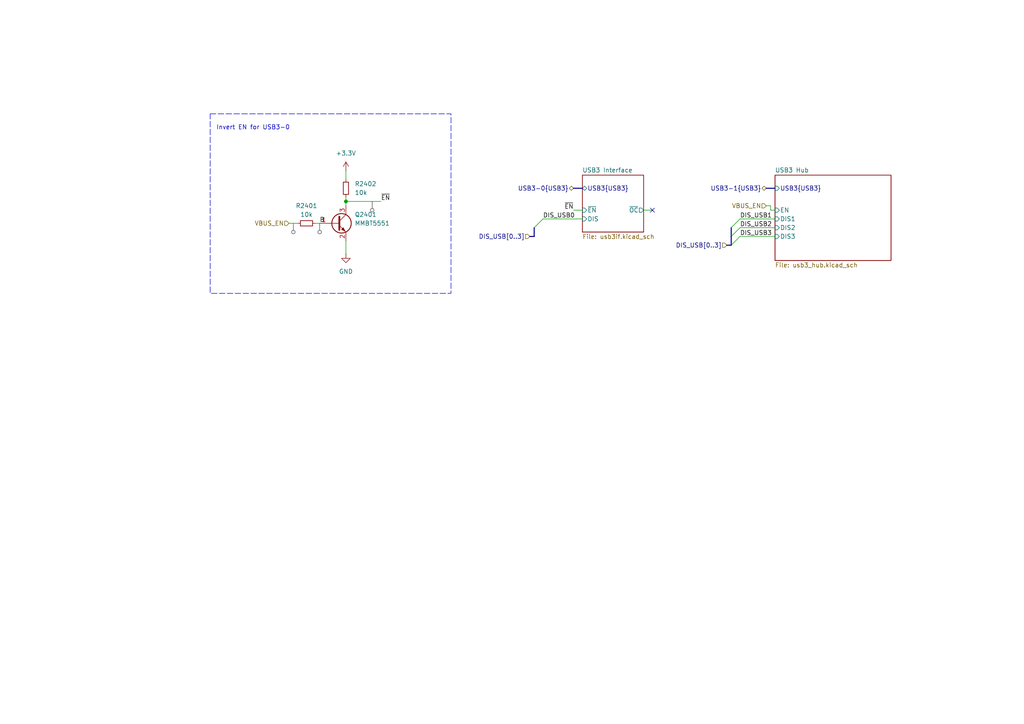
<source format=kicad_sch>
(kicad_sch (version 20250114) (generator "eeschema") (generator_version "9.0")
  (paper "A4")
  (title_block (title "HALPI2") (date "2025-01-26") (rev "v0.0.1") (company "Hat Labs Oy") (comment 1 "https://ohwr.org/cern_ohl_s_v2.pdf") (comment 2 "To view a copy of this license, visit ") (comment 3 "HALPI2 is licensed under CERN-OHL-S v2."))
  (lib_symbols
    (symbol "Device:R_Small" (pin_numbers (hide yes)) (pin_names (offset 0.254) (hide yes))
      (property "Reference" "R" (at 0.762 0.508 0))
      (property "Value" "R_Small" (at 0.762 -1.016 0))
      (symbol "R_Small_0_1"
        (rectangle (start -0.762 1.778) (end 0.762 -1.778) (stroke (width 0.2032)))
      )
      (symbol "R_Small_1_1"
        (pin passive line (at 0 2.54 270) (length 0.762) (name "~") (number "1"))
        (pin passive line (at 0 -2.54 90) (length 0.762) (name "~") (number "2"))
      )
    )
    (symbol "Transistor_BJT:MMBTA42" (pin_names (offset 0) (hide yes))
      (property "Reference" "Q" (at 5.08 1.905 0))
      (property "Value" "MMBTA42" (at 5.08 0 0))
      (symbol "MMBTA42_0_1"
        (polyline (pts (xy -2.54 0) (xy 0.635 0)))
        (polyline (pts (xy 0.635 1.905) (xy 0.635 -1.905)) (stroke (width 0.508)))
        (circle (center 1.27 0) (radius 2.8194) (stroke (width 0.254)))
      )
      (symbol "MMBTA42_1_1"
        (polyline (pts (xy 0.635 0.635) (xy 2.54 2.54)))
        (polyline (pts (xy 0.635 -0.635) (xy 2.54 -2.54)))
        (polyline (pts (xy 1.27 -1.778) (xy 1.778 -1.27) (xy 2.286 -2.286) (xy 1.27 -1.778)) (fill (type outline)))
        (pin input line (at -5.08 0 0) (length 2.54) (name "B") (number "1"))
        (pin passive line (at 2.54 5.08 270) (length 2.54) (name "C") (number "3"))
        (pin passive line (at 2.54 -5.08 90) (length 2.54) (name "E") (number "2"))
      )
    )
    (symbol "power:+3.3V" (power) (pin_numbers (hide yes)) (pin_names (offset 0) (hide yes))
      (property "Value" "+3.3V" (at 0 3.556 0))
      (symbol "+3.3V_0_1"
        (polyline (pts (xy -0.762 1.27) (xy 0 2.54)))
        (polyline (pts (xy 0 2.54) (xy 0.762 1.27)))
        (polyline (pts (xy 0 0) (xy 0 2.54)))
      )
      (symbol "+3.3V_1_1"
        (pin power_in line (at 0 0 90) (length 0) (name "~") (number "1"))
      )
    )
    (symbol "power:GND" (power) (pin_numbers (hide yes)) (pin_names (offset 0) (hide yes))
      (property "Value" "GND" (at 0 -3.81 0))
      (symbol "GND_0_1"
        (polyline (pts (xy 0 0) (xy 0 -1.27) (xy 1.27 -1.27) (xy 0 -2.54) (xy -1.27 -1.27) (xy 0 -1.27)))
      )
      (symbol "GND_1_1"
        (pin power_in line (at 0 0 270) (length 0) (name "~") (number "1"))
      )
    )
  )
  (rectangle (start 60.96 33.02) (end 130.81 85.09) (stroke (width 0) (type dash)))
  (text "Invert EN for USB3-0" (at 62.738 37.084 0) (effects (font (size 1.27 1.27)) (justify left)))
  (junction (at 100.33 58.42))
  (no_connect (at 189.23 60.96))
  (bus_entry (at 212.09 68.58) (size 2.54 -2.54))
  (bus_entry (at 212.09 71.12) (size 2.54 -2.54))
  (bus_entry (at 154.94 66.04) (size 2.54 -2.54))
  (bus_entry (at 212.09 66.04) (size 2.54 -2.54))
  (wire (pts (xy 223.52 59.69) (xy 223.52 60.96)))
  (bus (pts (xy 166.37 54.61) (xy 168.91 54.61)))
  (bus (pts (xy 212.09 66.04) (xy 212.09 68.58)))
  (wire (pts (xy 100.33 49.53) (xy 100.33 52.07)))
  (wire (pts (xy 222.25 59.69) (xy 223.52 59.69)))
  (wire (pts (xy 86.36 64.77) (xy 83.82 64.77)))
  (wire (pts (xy 91.44 64.77) (xy 92.71 64.77)))
  (bus (pts (xy 153.67 68.58) (xy 154.94 68.58)))
  (wire (pts (xy 100.33 57.15) (xy 100.33 58.42)))
  (wire (pts (xy 214.63 63.5) (xy 224.79 63.5)))
  (bus (pts (xy 222.25 54.61) (xy 224.79 54.61)))
  (wire (pts (xy 100.33 58.42) (xy 100.33 59.69)))
  (wire (pts (xy 223.52 60.96) (xy 224.79 60.96)))
  (wire (pts (xy 214.63 68.58) (xy 224.79 68.58)))
  (wire (pts (xy 186.69 60.96) (xy 189.23 60.96)))
  (bus (pts (xy 210.82 71.12) (xy 212.09 71.12)))
  (wire (pts (xy 166.37 60.96) (xy 168.91 60.96)))
  (bus (pts (xy 212.09 68.58) (xy 212.09 71.12)))
  (wire (pts (xy 157.48 63.5) (xy 168.91 63.5)))
  (wire (pts (xy 100.33 58.42) (xy 110.49 58.42)))
  (wire (pts (xy 100.33 69.85) (xy 100.33 73.66)))
  (wire (pts (xy 214.63 66.04) (xy 224.79 66.04)))
  (bus (pts (xy 154.94 68.58) (xy 154.94 66.04)))
  (label "DIS_USB0" (at 157.48 63.5 0))
  (label "B" (at 92.71 64.77 0))
  (label "DIS_USB2" (at 214.63 66.04 0))
  (label "~{EN}" (at 110.49 58.42 0))
  (label "DIS_USB3" (at 214.63 68.58 0))
  (label "DIS_USB1" (at 214.63 63.5 0))
  (label "~{EN}" (at 166.37 60.96 180))
  (hierarchical_label "USB3-0{USB3}" (shape bidirectional) (at 166.37 54.61 180))
  (hierarchical_label "VBUS_EN" (shape input) (at 222.25 59.69 180))
  (hierarchical_label "DIS_USB[0..3]" (shape input) (at 210.82 71.12 180))
  (hierarchical_label "VBUS_EN" (shape input) (at 83.82 64.77 180))
  (hierarchical_label "DIS_USB[0..3]" (shape input) (at 153.67 68.58 180))
  (hierarchical_label "USB3-1{USB3}" (shape bidirectional) (at 222.25 54.61 180))
  (netclass_flag "" (length 2.54) (shape round) (at 85.09 64.77 180) (property "Netclass" "Digital" (effects (hide yes))))
  (netclass_flag "" (length 2.54) (shape round) (at 107.95 58.42 180) (property "Netclass" "Digital" (effects (hide yes))))
  (netclass_flag "" (length 2.54) (shape round) (at 92.71 64.77 180) (property "Netclass" "Digital" (effects (hide yes))))
  (symbol (lib_id "Transistor_BJT:MMBTA42") (at 97.79 64.77 0) (unit 1)
    (property "Reference" "Q2401" (at 102.87 62.2299 0) (effects (justify left)))
    (property "Value" "MMBT5551" (at 102.87 64.7699 0) (effects (justify left)))
    (property "Footprint" "Package_TO_SOT_SMD:SOT-23" (effects (hide yes)))
    (property "Datasheet" "https://www.onsemi.com/pub/Collateral/MMBTA42LT1-D.PDF" (effects (hide yes)))
    (property "Description" "0.5A Ic, 300V Vce, NPN High Voltage Transistor, SOT-23" (effects (hide yes)))
    (property "LCSC" "C2145" (effects (hide yes)))
  )
  (symbol (lib_id "Device:R_Small") (at 100.33 54.61 0) (unit 1)
    (property "Reference" "R2402" (at 102.87 53.3399 0) (effects (justify left)))
    (property "Value" "10k" (at 102.87 55.8799 0) (effects (justify left)))
    (property "Footprint" "Resistor_SMD:R_0402_1005Metric" (effects (hide yes)))
    (property "Description" "Resistor, small symbol" (effects (hide yes)))
    (property "LCSC" "C25744" (effects (hide yes)))
  )
  (symbol (lib_id "power:+3.3V") (at 100.33 49.53 0) (unit 1)
    (property "Reference" "#PWR02401" (effects (hide yes)))
    (property "Value" "+3.3V" (at 100.33 44.45 0))
    (property "Description" "Power symbol creates a global label with name \"+3.3V\"" (effects (hide yes)))
  )
  (symbol (lib_id "power:GND") (at 100.33 73.66 0) (unit 1)
    (property "Reference" "#PWR02402" (effects (hide yes)))
    (property "Value" "GND" (at 100.33 78.74 0))
    (property "Description" "Power symbol creates a global label with name \"GND\" , ground" (effects (hide yes)))
  )
  (symbol (lib_id "Device:R_Small") (at 88.9 64.77 90) (unit 1)
    (property "Reference" "R2401" (at 88.9 59.69 90))
    (property "Value" "10k" (at 88.9 62.23 90))
    (property "Footprint" "Resistor_SMD:R_0402_1005Metric" (effects (hide yes)))
    (property "Description" "Resistor, small symbol" (effects (hide yes)))
    (property "LCSC" "C25744" (effects (hide yes)))
  )
  (sheet (at 224.79 50.8) (size 33.655 24.765) (stroke (width 0.1524))
    (property "Sheetname" "USB3 Hub" (at 224.79 50.0884 0) (effects (justify left bottom)))
    (property "Sheetfile" "usb3_hub.kicad_sch" (at 224.79 76.1496 0) (effects (justify left top)))
    (pin "EN" input (at 224.79 60.96 180))
    (pin "USB3{USB3}" input (at 224.79 54.61 180))
    (pin "DIS3" input (at 224.79 68.58 180))
    (pin "DIS2" input (at 224.79 66.04 180))
    (pin "DIS1" input (at 224.79 63.5 180))
  )
  (sheet (at 168.91 50.8) (size 17.78 16.51) (stroke (width 0.1524))
    (property "Sheetname" "USB3 Interface" (at 168.91 50.0884 0) (effects (justify left bottom)))
    (property "Sheetfile" "usb3if.kicad_sch" (at 168.91 67.8946 0) (effects (justify left top)))
    (pin "~{EN}" input (at 168.91 60.96 180))
    (pin "USB3{USB3}" bidirectional (at 168.91 54.61 180))
    (pin "~{OC}" output (at 186.69 60.96 0))
    (pin "DIS" input (at 168.91 63.5 180))
  )
)
</source>
